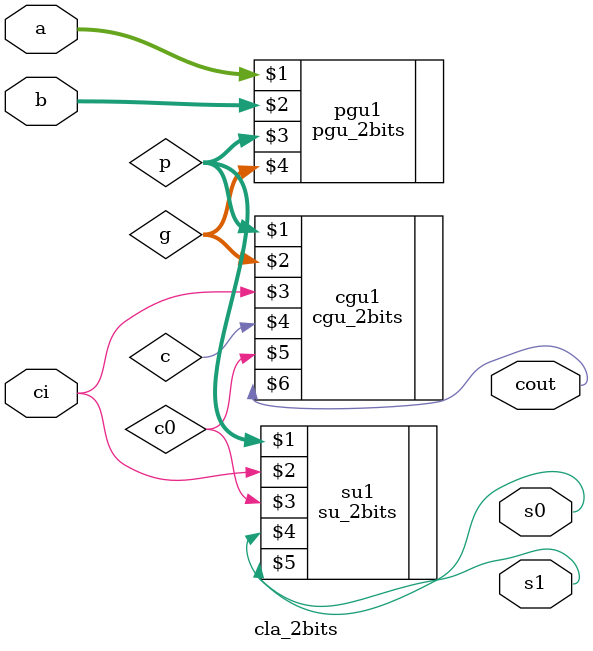
<source format=v>
`include "pgu_2bits.v"
`include "cgu_2bits.v"
`include "su_2bits.v"
module cla_2bits
(
  input [1:0]  a,b,
  input ci,
  output s0, s1, cout
);
wire c0;
wire [1:0] p, g;

pgu_2bits pgu1(a, b, p, g);
cgu_2bits cgu1(p, g, ci, c, c0, cout);
su_2bits su1(p, ci, c0,s0, s1);

endmodule


</source>
